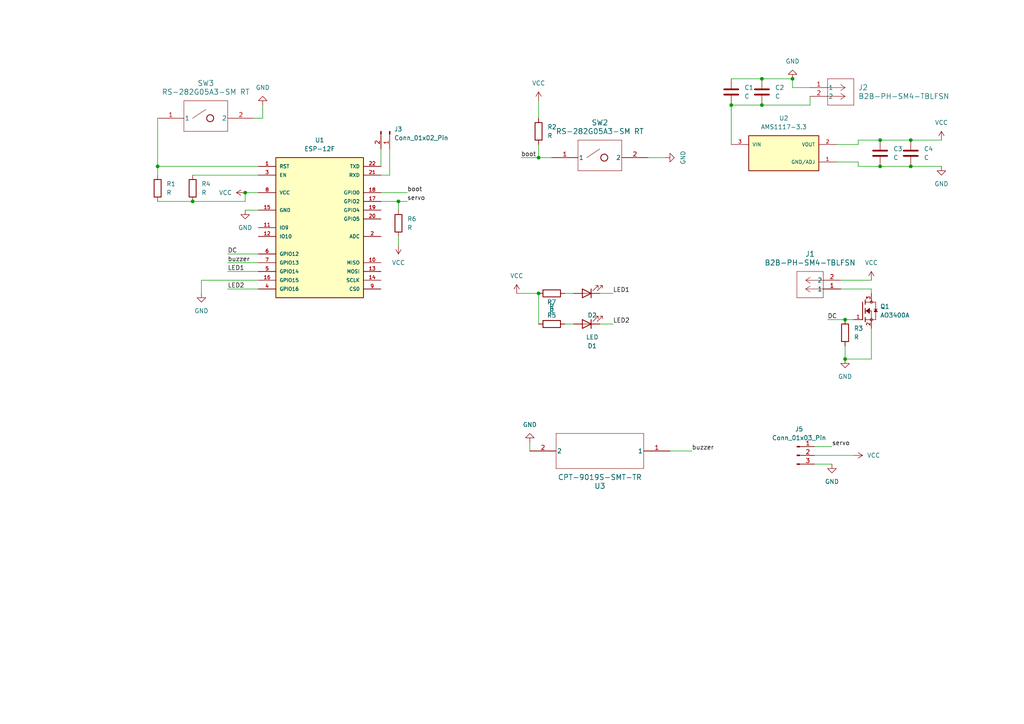
<source format=kicad_sch>
(kicad_sch (version 20230121) (generator eeschema)
  (paper "A4")
  (lib_symbols
    (symbol "Connector:Conn_01x02_Pin" (pin_names (offset 1.016) hide)
      (property "Reference" "J" (at 0 2.54 0))
      (property "Value" "Conn_01x02_Pin" (at 0 -5.08 0))
      (symbol "Conn_01x02_Pin_1_1"
        (polyline (pts (xy 1.27 -2.54) (xy 0.8636 -2.54)) (stroke (width 0.1524)))
        (polyline (pts (xy 1.27 0) (xy 0.8636 0)) (stroke (width 0.1524)))
        (rectangle (start 0.8636 -2.413) (end 0 -2.667) (stroke (width 0.1524)) (fill (type outline)))
        (rectangle (start 0.8636 0.127) (end 0 -0.127) (stroke (width 0.1524)) (fill (type outline)))
        (pin passive line (at 5.08 0 180) (length 3.81) (name "Pin_1") (number "1"))
        (pin passive line (at 5.08 -2.54 180) (length 3.81) (name "Pin_2") (number "2"))
      )
    )
    (symbol "Connector:Conn_01x03_Pin" (pin_names (offset 1.016) hide)
      (property "Reference" "J" (at 0 5.08 0))
      (property "Value" "Conn_01x03_Pin" (at 0 -5.08 0))
      (symbol "Conn_01x03_Pin_1_1"
        (polyline (pts (xy 1.27 -2.54) (xy 0.8636 -2.54)) (stroke (width 0.1524)))
        (polyline (pts (xy 1.27 0) (xy 0.8636 0)) (stroke (width 0.1524)))
        (polyline (pts (xy 1.27 2.54) (xy 0.8636 2.54)) (stroke (width 0.1524)))
        (rectangle (start 0.8636 -2.413) (end 0 -2.667) (stroke (width 0.1524)) (fill (type outline)))
        (rectangle (start 0.8636 0.127) (end 0 -0.127) (stroke (width 0.1524)) (fill (type outline)))
        (rectangle (start 0.8636 2.667) (end 0 2.413) (stroke (width 0.1524)) (fill (type outline)))
        (pin passive line (at 5.08 2.54 180) (length 3.81) (name "Pin_1") (number "1"))
        (pin passive line (at 5.08 0 180) (length 3.81) (name "Pin_2") (number "2"))
        (pin passive line (at 5.08 -2.54 180) (length 3.81) (name "Pin_3") (number "3"))
      )
    )
    (symbol "Device:C" (pin_numbers hide) (pin_names (offset 0.254))
      (property "Reference" "C" (at 0.635 2.54 0))
      (property "Value" "C" (at 0.635 -2.54 0))
      (symbol "C_0_1"
        (polyline (pts (xy -2.032 -0.762) (xy 2.032 -0.762)) (stroke (width 0.508)))
        (polyline (pts (xy -2.032 0.762) (xy 2.032 0.762)) (stroke (width 0.508)))
      )
      (symbol "C_1_1"
        (pin passive line (at 0 3.81 270) (length 2.794) (name "~") (number "1"))
        (pin passive line (at 0 -3.81 90) (length 2.794) (name "~") (number "2"))
      )
    )
    (symbol "Device:LED" (pin_numbers hide) (pin_names (offset 1.016) hide)
      (property "Reference" "D" (at 0 2.54 0))
      (property "Value" "LED" (at 0 -2.54 0))
      (symbol "LED_0_1"
        (polyline (pts (xy -1.27 -1.27) (xy -1.27 1.27)) (stroke (width 0.254)))
        (polyline (pts (xy -1.27 0) (xy 1.27 0)))
        (polyline (pts (xy 1.27 -1.27) (xy 1.27 1.27) (xy -1.27 0) (xy 1.27 -1.27)) (stroke (width 0.254)))
        (polyline (pts (xy -3.048 -0.762) (xy -4.572 -2.286) (xy -3.81 -2.286) (xy -4.572 -2.286) (xy -4.572 -1.524)))
        (polyline (pts (xy -1.778 -0.762) (xy -3.302 -2.286) (xy -2.54 -2.286) (xy -3.302 -2.286) (xy -3.302 -1.524)))
      )
      (symbol "LED_1_1"
        (pin passive line (at -3.81 0 0) (length 2.54) (name "K") (number "1"))
        (pin passive line (at 3.81 0 180) (length 2.54) (name "A") (number "2"))
      )
    )
    (symbol "Device:R" (pin_numbers hide) (pin_names (offset 0))
      (property "Reference" "R" (at 2.032 0 90))
      (property "Value" "R" (at 0 0 90))
      (symbol "R_0_1"
        (rectangle (start -1.016 -2.54) (end 1.016 2.54) (stroke (width 0.254)))
      )
      (symbol "R_1_1"
        (pin passive line (at 0 3.81 270) (length 1.27) (name "~") (number "1"))
        (pin passive line (at 0 -3.81 90) (length 1.27) (name "~") (number "2"))
      )
    )
    (symbol "esp_example_symbols:AMS1117-3.3" (pin_names (offset 1.016))
      (property "Reference" "U" (at -10.16 5.588 0))
      (property "Value" "AMS1117-3.3" (at -10.16 -8.128 0))
      (symbol "AMS1117-3.3_0_0"
        (rectangle (start -10.16 -5.08) (end 10.16 5.08) (stroke (width 0.254)) (fill (type background)))
        (pin power_in line (at 15.24 -2.54 180) (length 5.08) (name "GND/ADJ") (number "1"))
        (pin output line (at 15.24 2.54 180) (length 5.08) (name "VOUT") (number "2"))
        (pin input line (at -15.24 2.54 0) (length 5.08) (name "VIN") (number "3"))
      )
    )
    (symbol "esp_example_symbols:AO3400A" (pin_names (offset 1.016))
      (property "Reference" "Q" (at -8.89 2.54 0))
      (property "Value" "AO3400A" (at -8.89 -7.62 0))
      (symbol "AO3400A_0_0"
        (polyline (pts (xy 0 2.54) (xy 0 -2.54)) (stroke (width 0.254)))
        (polyline (pts (xy 0.762 -2.54) (xy 0.762 -3.175)) (stroke (width 0.254)))
        (polyline (pts (xy 0.762 -1.905) (xy 0.762 -2.54)) (stroke (width 0.254)))
        (polyline (pts (xy 0.762 0) (xy 0.762 -0.762)) (stroke (width 0.254)))
        (polyline (pts (xy 0.762 0) (xy 2.54 0)) (stroke (width 0.1524)))
        (polyline (pts (xy 0.762 0.762) (xy 0.762 0)) (stroke (width 0.254)))
        (polyline (pts (xy 0.762 2.54) (xy 0.762 1.905)) (stroke (width 0.254)))
        (polyline (pts (xy 0.762 2.54) (xy 3.81 2.54)) (stroke (width 0.1524)))
        (polyline (pts (xy 0.762 3.175) (xy 0.762 2.54)) (stroke (width 0.254)))
        (polyline (pts (xy 2.54 -2.54) (xy 0.762 -2.54)) (stroke (width 0.1524)))
        (polyline (pts (xy 2.54 -2.54) (xy 3.81 -2.54)) (stroke (width 0.1524)))
        (polyline (pts (xy 2.54 0) (xy 2.54 -2.54)) (stroke (width 0.1524)))
        (polyline (pts (xy 3.81 0.508) (xy 3.302 0.508)) (stroke (width 0.1524)))
        (polyline (pts (xy 3.81 0.508) (xy 3.81 -2.54)) (stroke (width 0.1524)))
        (polyline (pts (xy 3.81 2.54) (xy 3.81 0.508)) (stroke (width 0.1524)))
        (polyline (pts (xy 4.318 0.508) (xy 3.81 0.508)) (stroke (width 0.1524)))
        (polyline (pts (xy 1.016 0) (xy 2.032 0.762) (xy 2.032 -0.762) (xy 1.016 0)) (stroke (width 0.1524)) (fill (type outline)))
        (polyline (pts (xy 3.81 0.508) (xy 3.302 -0.254) (xy 4.318 -0.254) (xy 3.81 0.508)) (stroke (width 0.1524)) (fill (type outline)))
        (circle (center 2.54 -2.54) (radius 0.3592))
        (circle (center 2.54 2.54) (radius 0.3592))
        (pin passive line (at -2.54 -2.54 0) (length 2.54) (name "~") (number "1"))
        (pin passive line (at 2.54 -5.08 90) (length 2.54) (name "~") (number "2"))
        (pin passive line (at 2.54 5.08 270) (length 2.54) (name "~") (number "3"))
      )
    )
    (symbol "esp_example_symbols:B2B-PH-SM4-TBLFSN" (pin_names (offset 0.254))
      (property "Reference" "J" (at 8.89 6.35 0))
      (property "Value" "B2B-PH-SM4-TBLFSN" (at 0 0 0))
      (symbol "B2B-PH-SM4-TBLFSN_1_1"
        (polyline (pts (xy 5.08 -5.08) (xy 12.7 -5.08)) (stroke (width 0.127)))
        (polyline (pts (xy 5.08 2.54) (xy 5.08 -5.08)) (stroke (width 0.127)))
        (polyline (pts (xy 10.16 -2.54) (xy 5.08 -2.54)) (stroke (width 0.127)))
        (polyline (pts (xy 10.16 -2.54) (xy 8.89 -3.3867)) (stroke (width 0.127)))
        (polyline (pts (xy 10.16 -2.54) (xy 8.89 -1.6933)) (stroke (width 0.127)))
        (polyline (pts (xy 10.16 0) (xy 5.08 0)) (stroke (width 0.127)))
        (polyline (pts (xy 10.16 0) (xy 8.89 -0.8467)) (stroke (width 0.127)))
        (polyline (pts (xy 10.16 0) (xy 8.89 0.8467)) (stroke (width 0.127)))
        (polyline (pts (xy 12.7 -5.08) (xy 12.7 2.54)) (stroke (width 0.127)))
        (polyline (pts (xy 12.7 2.54) (xy 5.08 2.54)) (stroke (width 0.127)))
        (pin unspecified line (at 0 0 0) (length 5.08) (name "1") (number "1"))
        (pin unspecified line (at 0 -2.54 0) (length 5.08) (name "2") (number "2"))
      )
      (symbol "B2B-PH-SM4-TBLFSN_1_2"
        (polyline (pts (xy 5.08 -5.08) (xy 12.7 -5.08)) (stroke (width 0.127)))
        (polyline (pts (xy 5.08 2.54) (xy 5.08 -5.08)) (stroke (width 0.127)))
        (polyline (pts (xy 7.62 -2.54) (xy 5.08 -2.54)) (stroke (width 0.127)))
        (polyline (pts (xy 7.62 -2.54) (xy 8.89 -3.3867)) (stroke (width 0.127)))
        (polyline (pts (xy 7.62 -2.54) (xy 8.89 -1.6933)) (stroke (width 0.127)))
        (polyline (pts (xy 7.62 0) (xy 5.08 0)) (stroke (width 0.127)))
        (polyline (pts (xy 7.62 0) (xy 8.89 -0.8467)) (stroke (width 0.127)))
        (polyline (pts (xy 7.62 0) (xy 8.89 0.8467)) (stroke (width 0.127)))
        (polyline (pts (xy 12.7 -5.08) (xy 12.7 2.54)) (stroke (width 0.127)))
        (polyline (pts (xy 12.7 2.54) (xy 5.08 2.54)) (stroke (width 0.127)))
        (pin unspecified line (at 0 0 0) (length 5.08) (name "1") (number "1"))
        (pin unspecified line (at 0 -2.54 0) (length 5.08) (name "2") (number "2"))
      )
    )
    (symbol "esp_example_symbols:CPT-9019S-SMT-TR" (pin_names (offset 0.254))
      (property "Reference" "U" (at 20.32 10.16 0))
      (property "Value" "CPT-9019S-SMT-TR" (at 20.32 7.62 0))
      (symbol "CPT-9019S-SMT-TR_0_1"
        (polyline (pts (xy 7.62 -5.08) (xy 33.02 -5.08)) (stroke (width 0.127)))
        (polyline (pts (xy 7.62 5.08) (xy 7.62 -5.08)) (stroke (width 0.127)))
        (polyline (pts (xy 33.02 -5.08) (xy 33.02 5.08)) (stroke (width 0.127)))
        (polyline (pts (xy 33.02 5.08) (xy 7.62 5.08)) (stroke (width 0.127)))
        (pin unspecified line (at 0 0 0) (length 7.62) (name "1") (number "1"))
        (pin unspecified line (at 40.64 0 180) (length 7.62) (name "2") (number "2"))
      )
    )
    (symbol "esp_example_symbols:ESP-12F" (pin_names (offset 1.016))
      (property "Reference" "U" (at -12.7254 22.9057 0))
      (property "Value" "ESP-12F" (at -12.7237 -22.9026 0))
      (symbol "ESP-12F_0_0"
        (rectangle (start -12.7 20.32) (end 12.7 -20.32) (stroke (width 0.254)) (fill (type background)))
        (pin bidirectional line (at -17.78 17.78 0) (length 5.08) (name "RST") (number "1"))
        (pin bidirectional line (at 17.78 -10.16 180) (length 5.08) (name "MISO") (number "10"))
        (pin bidirectional line (at -17.78 0 0) (length 5.08) (name "IO9") (number "11"))
        (pin bidirectional line (at -17.78 -2.54 0) (length 5.08) (name "IO10") (number "12"))
        (pin bidirectional line (at 17.78 -12.7 180) (length 5.08) (name "MOSI") (number "13"))
        (pin bidirectional line (at 17.78 -15.24 180) (length 5.08) (name "SCLK") (number "14"))
        (pin bidirectional line (at -17.78 5.08 0) (length 5.08) (name "GND") (number "15"))
        (pin bidirectional line (at -17.78 -15.24 0) (length 5.08) (name "GPIO15") (number "16"))
        (pin bidirectional line (at 17.78 7.62 180) (length 5.08) (name "GPIO2") (number "17"))
        (pin bidirectional line (at 17.78 10.16 180) (length 5.08) (name "GPIO0") (number "18"))
        (pin bidirectional line (at 17.78 5.08 180) (length 5.08) (name "GPIO4") (number "19"))
        (pin bidirectional line (at 17.78 -2.54 180) (length 5.08) (name "ADC") (number "2"))
        (pin bidirectional line (at 17.78 2.54 180) (length 5.08) (name "GPIO5") (number "20"))
        (pin bidirectional line (at 17.78 15.24 180) (length 5.08) (name "RXD") (number "21"))
        (pin bidirectional line (at 17.78 17.78 180) (length 5.08) (name "TXD") (number "22"))
        (pin bidirectional line (at -17.78 15.24 0) (length 5.08) (name "EN") (number "3"))
        (pin bidirectional line (at -17.78 -17.78 0) (length 5.08) (name "GPIO16") (number "4"))
        (pin bidirectional line (at -17.78 -12.7 0) (length 5.08) (name "GPIO14") (number "5"))
        (pin bidirectional line (at -17.78 -7.62 0) (length 5.08) (name "GPIO12") (number "6"))
        (pin bidirectional line (at -17.78 -10.16 0) (length 5.08) (name "GPIO13") (number "7"))
        (pin bidirectional line (at -17.78 10.16 0) (length 5.08) (name "VCC") (number "8"))
        (pin bidirectional line (at 17.78 -17.78 180) (length 5.08) (name "CS0") (number "9"))
      )
    )
    (symbol "esp_example_symbols:RS-282G05A3-SM_RT" (pin_names (offset 0.254))
      (property "Reference" "SW" (at 40.64 12.7 0))
      (property "Value" "RS-282G05A3-SM RT" (at 40.64 10.16 0))
      (symbol "RS-282G05A3-SM_RT_0_1"
        (polyline (pts (xy 50.8 -3.81) (xy 63.5 -3.81)) (stroke (width 0.127)))
        (polyline (pts (xy 50.8 5.08) (xy 50.8 -3.81)) (stroke (width 0.127)))
        (polyline (pts (xy 53.34 0) (xy 57.15 2.54)) (stroke (width 0.127)))
        (polyline (pts (xy 63.5 -3.81) (xy 63.5 5.08)) (stroke (width 0.127)))
        (polyline (pts (xy 63.5 5.08) (xy 50.8 5.08)) (stroke (width 0.127)))
        (circle (center 58.42 0) (radius 1.016) (stroke (width 0.254)))
        (pin unspecified line (at 43.18 0 0) (length 7.62) (name "1") (number "1"))
        (pin unspecified line (at 71.12 0 180) (length 7.62) (name "2") (number "2"))
      )
    )
    (symbol "power:GND" (power) (pin_names (offset 0))
      (property "Value" "GND" (at 0 -3.81 0))
      (symbol "GND_0_1"
        (polyline (pts (xy 0 0) (xy 0 -1.27) (xy 1.27 -1.27) (xy 0 -2.54) (xy -1.27 -1.27) (xy 0 -1.27)))
      )
      (symbol "GND_1_1"
        (pin power_in line (at 0 0 270) (length 0) hide (name "GND") (number "1"))
      )
    )
    (symbol "power:VCC" (power) (pin_names (offset 0))
      (property "Value" "VCC" (at 0 3.81 0))
      (symbol "VCC_0_1"
        (polyline (pts (xy -0.762 1.27) (xy 0 2.54)))
        (polyline (pts (xy 0 0) (xy 0 2.54)))
        (polyline (pts (xy 0 2.54) (xy 0.762 1.27)))
      )
      (symbol "VCC_1_1"
        (pin power_in line (at 0 0 90) (length 0) hide (name "VCC") (number "1"))
      )
    )
  )
  (junction (at 264.16 40.64))
  (junction (at 156.21 45.72))
  (junction (at 115.57 58.42))
  (junction (at 255.27 48.26))
  (junction (at 255.27 40.64))
  (junction (at 212.09 30.48))
  (junction (at 220.98 30.48))
  (junction (at 264.16 48.26))
  (junction (at 245.11 104.14))
  (junction (at 156.21 85.09))
  (junction (at 220.98 22.86))
  (junction (at 229.87 22.86))
  (junction (at 71.12 55.88))
  (junction (at 55.88 58.42))
  (junction (at 245.11 92.71))
  (junction (at 45.72 48.26))
  (wire (pts (xy 245.11 100.33) (xy 245.11 104.14)))
  (wire (pts (xy 240.03 92.71) (xy 245.11 92.71)))
  (wire (pts (xy 58.42 81.28) (xy 74.93 81.28)))
  (wire (pts (xy 149.86 85.09) (xy 156.21 85.09)))
  (wire (pts (xy 163.83 93.98) (xy 166.37 93.98)))
  (wire (pts (xy 115.57 68.58) (xy 115.57 71.12)))
  (wire (pts (xy 255.27 40.64) (xy 248.92 40.64)))
  (wire (pts (xy 243.84 81.28) (xy 252.73 81.28)))
  (wire (pts (xy 242.57 46.99) (xy 248.92 46.99)))
  (wire (pts (xy 115.57 58.42) (xy 115.57 60.96)))
  (wire (pts (xy 252.73 95.25) (xy 252.73 104.14)))
  (wire (pts (xy 71.12 58.42) (xy 71.12 55.88)))
  (wire (pts (xy 113.03 50.8) (xy 110.49 50.8)))
  (wire (pts (xy 115.57 58.42) (xy 118.11 58.42)))
  (wire (pts (xy 156.21 45.72) (xy 160.02 45.72)))
  (wire (pts (xy 229.87 25.4) (xy 234.95 25.4)))
  (wire (pts (xy 273.05 48.26) (xy 264.16 48.26)))
  (wire (pts (xy 194.31 130.81) (xy 200.66 130.81)))
  (wire (pts (xy 66.04 76.2) (xy 74.93 76.2)))
  (wire (pts (xy 248.92 48.26) (xy 255.27 48.26)))
  (wire (pts (xy 151.13 45.72) (xy 156.21 45.72)))
  (wire (pts (xy 243.84 83.82) (xy 252.73 83.82)))
  (wire (pts (xy 212.09 22.86) (xy 220.98 22.86)))
  (wire (pts (xy 156.21 45.72) (xy 156.21 41.91)))
  (wire (pts (xy 236.22 134.62) (xy 241.3 134.62)))
  (wire (pts (xy 71.12 60.96) (xy 74.93 60.96)))
  (wire (pts (xy 55.88 58.42) (xy 71.12 58.42)))
  (wire (pts (xy 234.95 30.48) (xy 234.95 27.94)))
  (wire (pts (xy 66.04 83.82) (xy 74.93 83.82)))
  (wire (pts (xy 66.04 78.74) (xy 74.93 78.74)))
  (wire (pts (xy 45.72 48.26) (xy 45.72 50.8)))
  (wire (pts (xy 110.49 58.42) (xy 115.57 58.42)))
  (wire (pts (xy 173.99 93.98) (xy 177.8 93.98)))
  (wire (pts (xy 229.87 22.86) (xy 229.87 25.4)))
  (wire (pts (xy 236.22 129.54) (xy 241.3 129.54)))
  (wire (pts (xy 76.2 30.48) (xy 76.2 34.29)))
  (wire (pts (xy 58.42 85.09) (xy 58.42 81.28)))
  (wire (pts (xy 110.49 43.18) (xy 110.49 48.26)))
  (wire (pts (xy 45.72 34.29) (xy 45.72 48.26)))
  (wire (pts (xy 66.04 73.66) (xy 74.93 73.66)))
  (wire (pts (xy 156.21 85.09) (xy 156.21 93.98)))
  (wire (pts (xy 212.09 30.48) (xy 212.09 41.91)))
  (wire (pts (xy 173.99 85.09) (xy 177.8 85.09)))
  (wire (pts (xy 166.37 85.09) (xy 163.83 85.09)))
  (wire (pts (xy 248.92 48.26) (xy 248.92 46.99)))
  (wire (pts (xy 156.21 29.21) (xy 156.21 34.29)))
  (wire (pts (xy 113.03 43.18) (xy 113.03 50.8)))
  (wire (pts (xy 248.92 40.64) (xy 248.92 41.91)))
  (wire (pts (xy 55.88 50.8) (xy 74.93 50.8)))
  (wire (pts (xy 71.12 55.88) (xy 74.93 55.88)))
  (wire (pts (xy 252.73 104.14) (xy 245.11 104.14)))
  (wire (pts (xy 187.96 45.72) (xy 193.04 45.72)))
  (wire (pts (xy 110.49 55.88) (xy 118.11 55.88)))
  (wire (pts (xy 45.72 58.42) (xy 55.88 58.42)))
  (wire (pts (xy 242.57 41.91) (xy 248.92 41.91)))
  (wire (pts (xy 245.11 92.71) (xy 247.65 92.71)))
  (wire (pts (xy 252.73 83.82) (xy 252.73 85.09)))
  (wire (pts (xy 220.98 22.86) (xy 229.87 22.86)))
  (wire (pts (xy 236.22 132.08) (xy 247.65 132.08)))
  (wire (pts (xy 273.05 40.64) (xy 264.16 40.64)))
  (wire (pts (xy 74.93 48.26) (xy 45.72 48.26)))
  (wire (pts (xy 220.98 30.48) (xy 234.95 30.48)))
  (wire (pts (xy 212.09 30.48) (xy 220.98 30.48)))
  (wire (pts (xy 264.16 48.26) (xy 255.27 48.26)))
  (wire (pts (xy 255.27 40.64) (xy 264.16 40.64)))
  (wire (pts (xy 76.2 34.29) (xy 73.66 34.29)))
  (wire (pts (xy 153.67 128.27) (xy 153.67 130.81)))
  (label "LED1" (at 66.04 78.74 0))
  (label "boot" (at 151.13 45.72 0))
  (label "LED2" (at 177.8 93.98 0))
  (label "LED1" (at 177.8 85.09 0))
  (label "buzzer" (at 66.04 76.2 0))
  (label "servo" (at 241.3 129.54 0))
  (label "LED2" (at 66.04 83.82 0))
  (label "buzzer" (at 200.66 130.81 0))
  (label "DC" (at 66.04 73.66 0))
  (label "servo" (at 118.11 58.42 0))
  (label "DC" (at 240.03 92.71 0))
  (label "boot" (at 118.11 55.88 0))
  (symbol (lib_id "power:GND") (at 193.04 45.72 90) (unit 1)
    (property "Reference" "#PWR09" (effects hide))
    (property "Value" "GND" (at 198.12 45.72 0))
  )
  (symbol (lib_id "power:GND") (at 241.3 134.62 0) (unit 1)
    (property "Reference" "#PWR012" (effects hide))
    (property "Value" "GND" (at 241.3 139.7 0))
  )
  (symbol (lib_id "esp_example_symbols:B2B-PH-SM4-TBLFSN") (at 234.95 25.4 0) (unit 1)
    (property "Reference" "J2" (at 248.92 25.4 0) (effects (font (size 1.524 1.524)) (justify left)))
    (property "Value" "B2B-PH-SM4-TBLFSN" (at 248.92 27.94 0) (effects (font (size 1.524 1.524)) (justify left)))
    (property "Footprint" "esp_lib:CONN_B2B-PH-SM4-TBLFSN_JST" (effects hide))
    (property "Datasheet" "B2B-PH-SM4-TBLFSN" (effects hide))
  )
  (symbol (lib_id "power:GND") (at 273.05 48.26 0) (unit 1)
    (property "Reference" "#PWR04" (effects hide))
    (property "Value" "GND" (at 273.05 53.34 0))
  )
  (symbol (lib_id "esp_example_symbols:ESP-12F") (at 92.71 66.04 0) (unit 1)
    (property "Reference" "U1" (at 92.71 40.64 0))
    (property "Value" "ESP-12F" (at 92.71 43.18 0))
    (property "Footprint" "esp_lib:ESP-12F" (effects hide))
    (property "MF" "AI-Thinker" (effects hide))
    (property "Description" "\nWiFi Module\n" (effects hide))
    (property "Package" "Package" (effects hide))
    (property "Price" "None" (effects hide))
    (property "SnapEDA_Link" "https://www.snapeda.com/parts/ESP-12F/AI-Thinker/view-part/?ref=snap" (effects hide))
    (property "MP" "ESP-12F" (effects hide))
    (property "Availability" "Not in stock" (effects hide))
    (property "Check_prices" "https://www.snapeda.com/parts/ESP-12F/AI-Thinker/view-part/?ref=eda" (effects hide))
  )
  (symbol (lib_id "Connector:Conn_01x03_Pin") (at 231.14 132.08 0) (unit 1)
    (property "Reference" "J5" (at 231.775 124.46 0))
    (property "Value" "Conn_01x03_Pin" (at 231.775 127 0))
    (property "Footprint" "Connector_PinHeader_2.54mm:PinHeader_1x03_P2.54mm_Vertical" (effects hide))
  )
  (symbol (lib_id "power:GND") (at 229.87 22.86 180) (unit 1)
    (property "Reference" "#PWR07" (effects hide))
    (property "Value" "GND" (at 229.87 17.78 0))
  )
  (symbol (lib_id "Device:R") (at 245.11 96.52 0) (unit 1)
    (property "Reference" "R3" (at 247.65 95.25 0) (effects (justify left)))
    (property "Value" "R" (at 247.65 97.79 0) (effects (justify left)))
    (property "Footprint" "Resistor_SMD:R_0805_2012Metric" (effects hide))
  )
  (symbol (lib_id "power:VCC") (at 252.73 81.28 0) (unit 1)
    (property "Reference" "#PWR06" (effects hide))
    (property "Value" "VCC" (at 252.73 76.2 0))
  )
  (symbol (lib_id "esp_example_symbols:AMS1117-3.3") (at 227.33 44.45 0) (unit 1)
    (property "Reference" "U2" (at 227.33 34.29 0))
    (property "Value" "AMS1117-3.3" (at 227.33 36.83 0))
    (property "Footprint" "esp_lib:SOT229P700X180-4N" (effects hide))
    (property "SnapEDA_Link" "https://www.snapeda.com/parts/AMS1117-3.3/Umwelt+Sensor+Teknik/view-part/?ref=snap" (effects hide))
    (property "Description" "\nLinear Voltage Regulator IC Positive Fixed 1 Output 1A SOT-223-3L\n" (effects hide))
    (property "Package" "None" (effects hide))
    (property "Price" "None" (effects hide))
    (property "MF" "UMW" (effects hide))
    (property "MP" "AMS1117-3.3" (effects hide))
    (property "Availability" "In Stock" (effects hide))
    (property "Check_prices" "https://www.snapeda.com/parts/AMS1117-3.3/Umwelt+Sensor+Teknik/view-part/?ref=eda" (effects hide))
  )
  (symbol (lib_id "power:GND") (at 245.11 104.14 0) (unit 1)
    (property "Reference" "#PWR05" (effects hide))
    (property "Value" "GND" (at 245.11 109.22 0))
  )
  (symbol (lib_id "Device:LED") (at 170.18 93.98 180) (unit 1)
    (property "Reference" "D1" (at 171.7675 100.33 0))
    (property "Value" "LED" (at 171.7675 97.79 0))
    (property "Footprint" "LED_SMD:LED_1206_3216Metric" (effects hide))
  )
  (symbol (lib_id "Device:R") (at 160.02 85.09 270) (unit 1)
    (property "Reference" "R5" (at 160.02 91.44 90))
    (property "Value" "R" (at 160.02 88.9 90))
    (property "Footprint" "Resistor_SMD:R_0805_2012Metric" (effects hide))
  )
  (symbol (lib_id "esp_example_symbols:CPT-9019S-SMT-TR") (at 194.31 130.81 180) (unit 1)
    (property "Reference" "U3" (at 173.99 140.97 0) (effects (font (size 1.524 1.524))))
    (property "Value" "CPT-9019S-SMT-TR" (at 173.99 138.43 0) (effects (font (size 1.524 1.524))))
    (property "Footprint" "esp_lib:SM_CPT_9X9_CUD" (effects hide))
    (property "Datasheet" "CPT-9019S-SMT-TR" (effects hide))
  )
  (symbol (lib_id "Device:R") (at 45.72 54.61 0) (unit 1)
    (property "Reference" "R1" (at 48.26 53.34 0) (effects (justify left)))
    (property "Value" "R" (at 48.26 55.88 0) (effects (justify left)))
    (property "Footprint" "Resistor_SMD:R_0805_2012Metric" (effects hide))
  )
  (symbol (lib_id "esp_example_symbols:RS-282G05A3-SM_RT") (at 116.84 45.72 0) (unit 1)
    (property "Reference" "SW2" (at 173.99 35.56 0) (effects (font (size 1.524 1.524))))
    (property "Value" "RS-282G05A3-SM RT" (at 173.99 38.1 0) (effects (font (size 1.524 1.524))))
    (property "Footprint" "esp_lib:RS-282G05A3-SM RT_CNK" (effects hide))
    (property "Datasheet" "RS-282G05A3-SM RT" (effects hide))
  )
  (symbol (lib_id "esp_example_symbols:AO3400A") (at 250.19 90.17 0) (unit 1)
    (property "Reference" "Q1" (at 255.27 88.9 0) (effects (justify left)))
    (property "Value" "AO3400A" (at 255.27 91.44 0) (effects (justify left)))
    (property "Footprint" "esp_lib:SOT95P280X125-3N" (effects hide))
    (property "MF" "Alpha &" (effects hide))
    (property "MAXIMUM_PACKAGE_HEIGHT" "1.25 mm" (effects hide))
    (property "Package" "SOT-23 Alpha &amp; Omega Semiconductor" (effects hide))
    (property "Price" "None" (effects hide))
    (property "Check_prices" "https://www.snapeda.com/parts/AO3400A/Alpha+%2526+Omega+Semiconductor+Inc./view-part/?ref=eda" (effects hide))
    (property "STANDARD" "IPC 7351B" (effects hide))
    (property "PARTREV" "L" (effects hide))
    (property "SnapEDA_Link" "https://www.snapeda.com/parts/AO3400A/Alpha+%2526+Omega+Semiconductor+Inc./view-part/?ref=snap" (effects hide))
    (property "MP" "AO3400A" (effects hide))
    (property "Description" "\nN-Channel 30 V 5.7A (Ta) 1.4W (Ta) Surface Mount SOT-23-3\n" (effects hide))
    (property "Availability" "In Stock" (effects hide))
    (property "MANUFACTURER" "Alpha & Omega Semiconductor" (effects hide))
  )
  (symbol (lib_id "Device:C") (at 220.98 26.67 0) (unit 1)
    (property "Reference" "C2" (at 224.79 25.4 0) (effects (justify left)))
    (property "Value" "C" (at 224.79 27.94 0) (effects (justify left)))
    (property "Footprint" "Capacitor_SMD:C_0805_2012Metric" (effects hide))
  )
  (symbol (lib_id "Device:R") (at 115.57 64.77 0) (unit 1)
    (property "Reference" "R6" (at 118.11 63.5 0) (effects (justify left)))
    (property "Value" "R" (at 118.11 66.04 0) (effects (justify left)))
    (property "Footprint" "Resistor_SMD:R_0805_2012Metric" (effects hide))
  )
  (symbol (lib_id "Device:C") (at 212.09 26.67 0) (unit 1)
    (property "Reference" "C1" (at 215.9 25.4 0) (effects (justify left)))
    (property "Value" "C" (at 215.9 27.94 0) (effects (justify left)))
    (property "Footprint" "Capacitor_SMD:C_0805_2012Metric" (effects hide))
  )
  (symbol (lib_id "power:GND") (at 153.67 128.27 180) (unit 1)
    (property "Reference" "#PWR014" (effects hide))
    (property "Value" "GND" (at 153.67 123.19 0))
  )
  (symbol (lib_id "power:GND") (at 58.42 85.09 0) (unit 1)
    (property "Reference" "#PWR015" (effects hide))
    (property "Value" "GND" (at 58.42 90.17 0))
  )
  (symbol (lib_id "power:VCC") (at 273.05 40.64 0) (unit 1)
    (property "Reference" "#PWR01" (effects hide))
    (property "Value" "VCC" (at 273.05 35.56 0))
  )
  (symbol (lib_id "power:GND") (at 76.2 30.48 180) (unit 1)
    (property "Reference" "#PWR010" (effects hide))
    (property "Value" "GND" (at 76.2 25.4 0))
  )
  (symbol (lib_id "Device:R") (at 156.21 38.1 0) (unit 1)
    (property "Reference" "R2" (at 158.75 36.83 0) (effects (justify left)))
    (property "Value" "R" (at 158.75 39.37 0) (effects (justify left)))
    (property "Footprint" "Resistor_SMD:R_0805_2012Metric" (effects hide))
  )
  (symbol (lib_id "power:VCC") (at 71.12 55.88 90) (unit 1)
    (property "Reference" "#PWR02" (effects hide))
    (property "Value" "VCC" (at 67.31 55.88 90) (effects (justify left)))
  )
  (symbol (lib_id "power:VCC") (at 247.65 132.08 270) (unit 1)
    (property "Reference" "#PWR011" (effects hide))
    (property "Value" "VCC" (at 251.46 132.08 90) (effects (justify left)))
  )
  (symbol (lib_id "power:GND") (at 71.12 60.96 0) (unit 1)
    (property "Reference" "#PWR03" (effects hide))
    (property "Value" "GND" (at 71.12 66.04 0))
  )
  (symbol (lib_id "Device:LED") (at 170.18 85.09 180) (unit 1)
    (property "Reference" "D2" (at 171.7675 91.44 0))
    (property "Value" "LED" (effects hide))
    (property "Footprint" "LED_SMD:LED_1206_3216Metric" (effects hide))
  )
  (symbol (lib_id "power:VCC") (at 156.21 29.21 0) (unit 1)
    (property "Reference" "#PWR08" (effects hide))
    (property "Value" "VCC" (at 156.21 24.13 0))
  )
  (symbol (lib_id "esp_example_symbols:B2B-PH-SM4-TBLFSN") (at 243.84 83.82 180) (unit 1)
    (property "Reference" "J1" (at 234.95 73.66 0) (effects (font (size 1.524 1.524))))
    (property "Value" "B2B-PH-SM4-TBLFSN" (at 234.95 76.2 0) (effects (font (size 1.524 1.524))))
    (property "Footprint" "esp_lib:CONN_B2B-PH-SM4-TBLFSN_JST" (effects hide))
    (property "Datasheet" "B2B-PH-SM4-TBLFSN" (effects hide))
  )
  (symbol (lib_id "Device:R") (at 55.88 54.61 0) (unit 1)
    (property "Reference" "R4" (at 58.42 53.34 0) (effects (justify left)))
    (property "Value" "R" (at 58.42 55.88 0) (effects (justify left)))
    (property "Footprint" "Resistor_SMD:R_0805_2012Metric" (effects hide))
  )
  (symbol (lib_id "Device:C") (at 264.16 44.45 0) (unit 1)
    (property "Reference" "C4" (at 267.97 43.18 0) (effects (justify left)))
    (property "Value" "C" (at 267.97 45.72 0) (effects (justify left)))
    (property "Footprint" "Capacitor_SMD:C_0805_2012Metric" (effects hide))
  )
  (symbol (lib_id "power:VCC") (at 115.57 71.12 180) (unit 1)
    (property "Reference" "#PWR016" (effects hide))
    (property "Value" "VCC" (at 115.57 76.2 0))
  )
  (symbol (lib_id "power:VCC") (at 149.86 85.09 0) (unit 1)
    (property "Reference" "#PWR013" (effects hide))
    (property "Value" "VCC" (at 149.86 80.01 0))
  )
  (symbol (lib_id "Device:C") (at 255.27 44.45 0) (unit 1)
    (property "Reference" "C3" (at 259.08 43.18 0) (effects (justify left)))
    (property "Value" "C" (at 259.08 45.72 0) (effects (justify left)))
    (property "Footprint" "Capacitor_SMD:C_0805_2012Metric" (effects hide))
  )
  (symbol (lib_id "Connector:Conn_01x02_Pin") (at 113.03 38.1 270) (unit 1)
    (property "Reference" "J3" (at 114.3 37.465 90) (effects (justify left)))
    (property "Value" "Conn_01x02_Pin" (at 114.3 40.005 90) (effects (justify left)))
    (property "Footprint" "Connector_PinHeader_2.54mm:PinHeader_1x02_P2.54mm_Vertical" (effects hide))
  )
  (symbol (lib_id "esp_example_symbols:RS-282G05A3-SM_RT") (at 2.54 34.29 0) (unit 1)
    (property "Reference" "SW3" (at 59.69 24.13 0) (effects (font (size 1.524 1.524))))
    (property "Value" "RS-282G05A3-SM RT" (at 59.69 26.67 0) (effects (font (size 1.524 1.524))))
    (property "Footprint" "esp_lib:RS-282G05A3-SM RT_CNK" (effects hide))
    (property "Datasheet" "RS-282G05A3-SM RT" (effects hide))
  )
  (symbol (lib_id "Device:R") (at 160.02 93.98 90) (unit 1)
    (property "Reference" "R7" (at 160.02 87.63 90))
    (property "Value" "R" (at 160.02 90.17 90))
    (property "Footprint" "Resistor_SMD:R_0805_2012Metric" (effects hide))
  )
)
</source>
